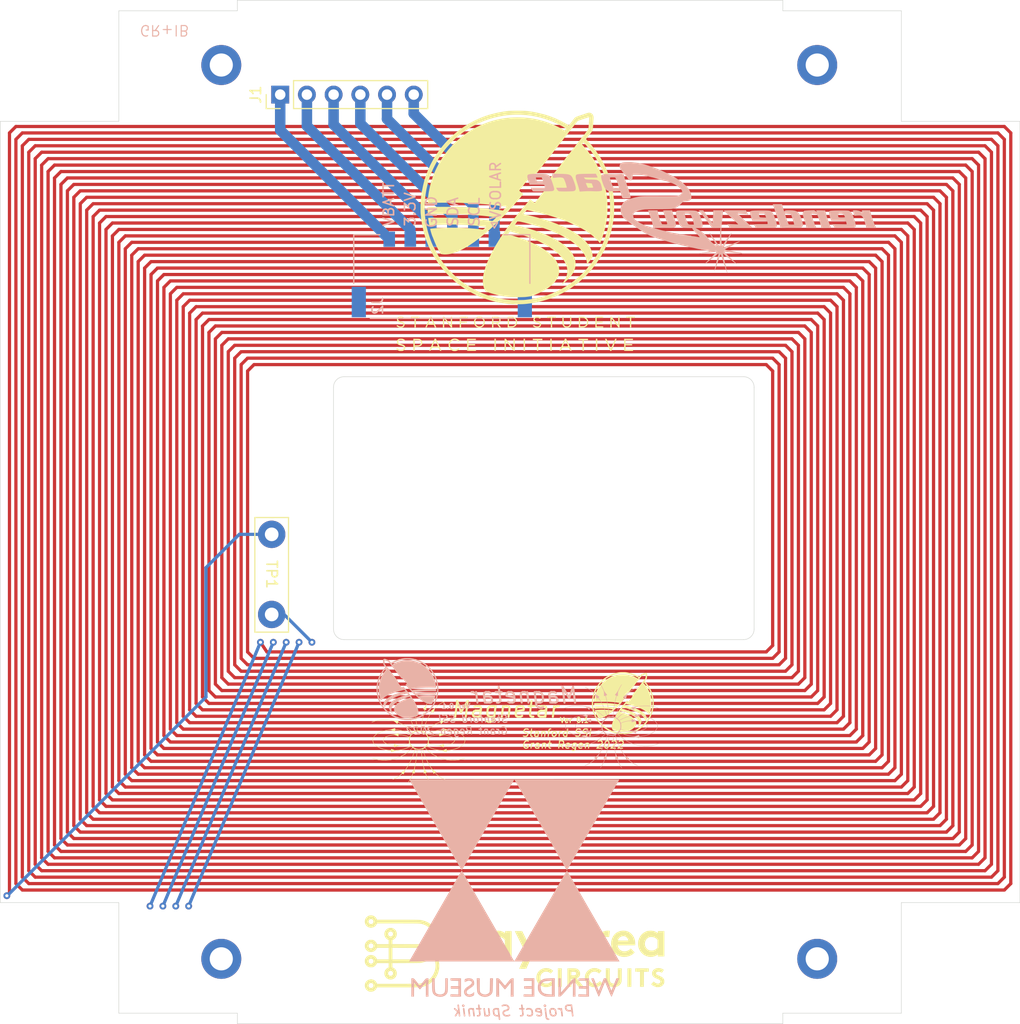
<source format=kicad_pcb>
(kicad_pcb (version 20211014) (generator pcbnew)
  (layers (0 "F.Cu" signal) (1 "In1.Cu" signal) (2 "In2.Cu" signal) (3 "In3.Cu" signal) (4 "In4.Cu" signal) (31 "B.Cu" signal) (34 "B.Paste" user) (35 "F.Paste" user) (36 "B.SilkS" user "B.Silkscreen") (37 "F.SilkS" user "F.Silkscreen") (38 "B.Mask" user) (39 "F.Mask" user) (44 "Edge.Cuts" user))
  (net 0 "")
  (net 5 "Net-(J1-Pad1)")
  (net 6 "Net-(J1-Pad2)")
  (net 7 "Net-(J1-Pad3)")
  (net 8 "Net-(J1-Pad4)")
  (net 9 "Net-(J1-Pad5)")
  (net 10 "Net-(J1-Pad6)")
  (net 13 "Coil_IN")
  (footprint "panels:logo_magnet_1" (layer "F.Cu") (at 138.504 115.752)
    (fp_text reference "REF**" hide)
    (fp_text value "logo_magnet_1" hide)
  )
  (footprint "panels:BAC_logo" (layer "F.Cu") (at 147.828 135.636)
    (fp_text reference "REF**" hide)
    (fp_text value "BAC_logo" hide)
  )
  (footprint "panels:logo_SSI_small" (layer "F.Cu") (at 157.734 112.522)
    (fp_text reference "REF**" hide)
    (fp_text value "logo_SSI_small" hide)
  )
  (footprint "panels:logo_SSI" (layer "F.Cu") (at 148.082 65.786)
    (fp_text reference "REF**" hide)
    (fp_text value "logo_SSI" hide)
  )
  (footprint "MountingHole:MountingHole_2.2mm_M2_DIN965_Pad_TopBottom" (layer "F.Cu") (at 119.708 136.558)
    (fp_text reference "H1")
    (fp_text value "~")
    (pad "1" thru_hole circle locked (at 0 0) (size 2.6 2.6) (drill 2.2) (layers *.Cu *.Mask))
    (pad "1" connect circle locked (at 0 0) (size 3.8 3.8) (layers "F.Cu" "F.Mask"))
    (pad "1" connect circle locked (at 0 0) (size 3.8 3.8) (layers "B.Cu" "B.Mask"))
  )
  (footprint "panels:TestPointConnection" (layer "F.Cu") (at 124 100.01 -90)
    (fp_text reference "TP1" (at 0 -0.5 -90 unlocked) (layer "F.SilkS"))
    (fp_text value "Start/End of Coil Series" hide)
    (pad "1" thru_hole circle (at -3.82 -0.5 270) (size 2.6 2.6) (drill 1.3) (layers *.Cu *.Mask) (net 13 "Coil_IN"))
    (pad "2" thru_hole circle (at 3.8 -0.5 270) (size 2.6 2.6) (drill 1.3) (layers *.Cu *.Mask) (net 13 "Coil_IN"))
  )
  (footprint "Connector_PinHeader_2.54mm:PinHeader_1x06_P2.54mm_Vertical" (layer "F.Cu") (at 125.31 54.37 90)
    (fp_text reference "J1" (at 0 -2.33 90) (layer "F.SilkS"))
    (fp_text value "Through_Hole_1" hide)
    (pad "1" thru_hole rect (at 0 0 90) (size 1.7 1.7) (drill 1) (layers *.Cu *.Mask) (net 5 "Net-(J1-Pad1)"))
    (pad "2" thru_hole oval (at 0 2.54 90) (size 1.7 1.7) (drill 1) (layers *.Cu *.Mask) (net 6 "Net-(J1-Pad2)"))
    (pad "3" thru_hole oval (at 0 5.08 90) (size 1.7 1.7) (drill 1) (layers *.Cu *.Mask) (net 7 "Net-(J1-Pad3)"))
    (pad "4" thru_hole oval (at 0 7.62 90) (size 1.7 1.7) (drill 1) (layers *.Cu *.Mask) (net 8 "Net-(J1-Pad4)"))
    (pad "5" thru_hole oval (at 0 10.16 90) (size 1.7 1.7) (drill 1) (layers *.Cu *.Mask) (net 9 "Net-(J1-Pad5)"))
    (pad "6" thru_hole oval (at 0 12.7 90) (size 1.7 1.7) (drill 1) (layers *.Cu *.Mask) (net 10 "Net-(J1-Pad6)"))
  )
  (footprint "MountingHole:MountingHole_2.2mm_M2_DIN965_Pad_TopBottom" (layer "F.Cu") (at 176.382 136.558)
    (fp_text reference "H4")
    (fp_text value "~")
    (pad "1" connect circle locked (at 0 0) (size 3.8 3.8) (layers "B.Cu" "B.Mask"))
    (pad "1" thru_hole circle locked (at 0 0) (size 2.6 2.6) (drill 2.2) (layers *.Cu *.Mask))
    (pad "1" connect circle locked (at 0 0) (size 3.8 3.8) (layers "F.Cu" "F.Mask"))
  )
  (footprint "MountingHole:MountingHole_2.2mm_M2_DIN965_Pad_TopBottom" (layer "F.Cu") (at 119.708 51.558)
    (fp_text reference "H2" hide)
    (fp_text value "~")
    (pad "1" connect circle locked (at 0 0) (size 3.8 3.8) (layers "B.Cu" "B.Mask"))
    (pad "1" connect circle locked (at 0 0) (size 3.8 3.8) (layers "F.Cu" "F.Mask"))
    (pad "1" thru_hole circle locked (at 0 0) (size 2.6 2.6) (drill 2.2) (layers *.Cu *.Mask))
  )
  (footprint "MountingHole:MountingHole_2.2mm_M2_DIN965_Pad_TopBottom" (layer "F.Cu") (at 176.382 51.558)
    (fp_text reference "H3")
    (fp_text value "~")
    (pad "1" thru_hole circle locked (at 0 0) (size 2.6 2.6) (drill 2.2) (layers *.Cu *.Mask))
    (pad "1" connect circle locked (at 0 0) (size 3.8 3.8) (layers "F.Cu" "F.Mask"))
    (pad "1" connect circle locked (at 0 0) (size 3.8 3.8) (layers "B.Cu" "B.Mask"))
  )
  (footprint "panels:SLAB_logo" (layer "B.Cu") (at 165.608 64.77 180)
    (fp_text reference "REF**" hide)
    (fp_text value "SLAB_logo" hide)
  )
  (footprint "panels:MOLEX_2053380006" (layer "B.Cu") (at 140.68 71.67)
    (fp_text reference "J2" (at -6.096 2.794 90) (layer "B.SilkS") (effects (justify mirror)))
    (fp_text value "MOLEX_2053380006")
    (pad "1" smd rect (at 5 -3.55) (size 1.1 1.45) (layers "B.Cu" "B.Paste") (net 10 "Net-(J1-Pad6)"))
    (pad "2" smd rect (at 3 -3.55) (size 1.1 1.45) (layers "B.Cu" "B.Paste") (net 9 "Net-(J1-Pad5)"))
    (pad "3" smd rect (at 1 -3.55) (size 1.1 1.45) (layers "B.Cu" "B.Paste") (net 8 "Net-(J1-Pad4)"))
    (pad "4" smd rect (at -1 -3.55) (size 1.1 1.45) (layers "B.Cu" "B.Paste") (net 7 "Net-(J1-Pad3)"))
    (pad "5" smd rect (at -3 -3.55) (size 1.1 1.45) (layers "B.Cu" "B.Paste") (net 6 "Net-(J1-Pad2)"))
    (pad "6" smd rect (at -5 -3.55) (size 1.1 1.45) (layers "B.Cu" "B.Paste") (net 5 "Net-(J1-Pad1)"))
    (pad "S1" smd rect (at 7.895 2.425) (size 1.35 2.9) (layers "B.Cu" "B.Paste"))
    (pad "S2" smd rect (at -7.895 2.425) (size 1.35 2.9) (layers "B.Cu" "B.Paste"))
  )
  (footprint "panels:logo_SSI_small" (layer "B.Cu") (at 137.57 111.186 180)
    (fp_text reference "REF**" hide)
    (fp_text value "logo_SSI_small" hide)
  )
  (footprint "panels:logo_Wende_Sputnik" (layer "B.Cu") (at 147.574 128.016 180)
    (fp_text reference "REF**" hide)
    (fp_text value "logo_Wende_Sputnik" hide)
    (fp_text user "Project Sputnik" (at 0 -13.5 unlocked) (layer "B.SilkS") (effects (font (thickness 0.15) italic) (justify mirror)))
  )
  (footprint "panels:logo_magnet_1" (layer "B.Cu") (at 156.8 114.416 180)
    (fp_text reference "REF**" hide)
    (fp_text value "logo_magnet_1" hide)
  )
  (gr_line locked (start 121.238 46.3992) (end 109.964 46.3992) (layer "Edge.Cuts") (width 0.05))
  (gr_line locked (start 173.11 45.3992) (end 121.238 45.3992) (layer "Edge.Cuts") (width 0.05))
  (gr_line locked (start 184.384 56.9148) (end 184.384 46.3992) (layer "Edge.Cuts") (width 0.05))
  (gr_arc (start 131.38 106.2) (mid 130.672893 105.907107) (end 130.38 105.2) (layer "Edge.Cuts") (width 0.05))
  (gr_line locked (start 121.236 142.728) (end 121.236 141.728) (layer "Edge.Cuts") (width 0.05))
  (gr_arc (start 169.38 81.2) (mid 170.087107 81.492893) (end 170.38 82.2) (layer "Edge.Cuts") (width 0.05))
  (gr_arc (start 170.38 105.2) (mid 170.087107 105.907107) (end 169.38 106.2) (layer "Edge.Cuts") (width 0.05))
  (gr_line locked (start 121.238 46.3992) (end 121.238 45.3992) (layer "Edge.Cuts") (width 0.05))
  (gr_line (start 169.38 106.2) (end 131.38 106.2) (layer "Edge.Cuts") (width 0.05))
  (gr_line locked (start 121.236 141.728) (end 109.962 141.728) (layer "Edge.Cuts") (width 0.05))
  (gr_line locked (start 184.382 141.728) (end 173.108 141.728) (layer "Edge.Cuts") (width 0.05))
  (gr_line locked (start 195.656 131.2124) (end 195.658 56.9148) (layer "Edge.Cuts") (width 0.05))
  (gr_line locked (start 109.962 141.728) (end 109.962 131.2124) (layer "Edge.Cuts") (width 0.05))
  (gr_line locked (start 98.69 56.9148) (end 98.688 131.2124) (layer "Edge.Cuts") (width 0.05))
  (gr_line locked (start 173.11 45.3992) (end 173.11 46.3992) (layer "Edge.Cuts") (width 0.05))
  (gr_line locked (start 109.964 56.9148) (end 98.69 56.9148) (layer "Edge.Cuts") (width 0.05))
  (gr_line locked (start 195.658 56.9148) (end 184.384 56.9148) (layer "Edge.Cuts") (width 0.05))
  (gr_line locked (start 184.384 46.3992) (end 173.11 46.3992) (layer "Edge.Cuts") (width 0.05))
  (gr_line locked (start 173.108 142.728) (end 121.236 142.728) (layer "Edge.Cuts") (width 0.05))
  (gr_arc (start 130.38 82.2) (mid 130.672893 81.492893) (end 131.38 81.2) (layer "Edge.Cuts") (width 0.05))
  (gr_line (start 170.38 82.2) (end 170.38 105.2) (layer "Edge.Cuts") (width 0.05))
  (gr_line locked (start 195.656 131.2124) (end 184.382 131.2124) (layer "Edge.Cuts") (width 0.05))
  (gr_line locked (start 109.964 56.9148) (end 109.964 46.3992) (layer "Edge.Cuts") (width 0.05))
  (gr_line locked (start 109.962 131.2124) (end 98.688 131.2124) (layer "Edge.Cuts") (width 0.05))
  (gr_line locked (start 173.108 141.728) (end 173.108 142.728) (layer "Edge.Cuts") (width 0.05))
  (gr_line (start 169.38 81.2) (end 131.38 81.2) (layer "Edge.Cuts") (width 0.05))
  (gr_line (start 130.38 82.2) (end 130.38 105.2) (layer "Edge.Cuts") (width 0.05))
  (gr_line locked (start 184.382 141.728) (end 184.382 131.2124) (layer "Edge.Cuts") (width 0.05))
  (gr_text "Stanford SSI \nGrant Regen 2022" (at 147.07 114.306) (layer "B.SilkS") (effects (font (size 0.7 0.7) (thickness 0.1) italic) (justify left mirror)))
  (gr_text "GND" (at 139.7 65.532 90) (layer "B.SilkS") (effects (font (size 1 1))))
  (gr_text "3.3V" (at 137.668 65.278 90) (layer "B.SilkS") (effects (font (size 1 1))))
  (gr_text "VSOLAR\n" (at 145.796 63.5 90) (layer "B.SilkS") (effects (font (size 1 1))))
  (gr_text "Ver 0.1" (at 142.02 112.526) (layer "B.SilkS") (effects (font (size 0.5 0.5) (thickness 0.1)) (justify mirror)))
  (gr_text "Magnetar" (at 148.59 111.506) (layer "B.SilkS") (effects (font (size 1.5 1.5) (thickness 0.2) italic) (justify mirror)))
  (gr_text "SCL" (at 143.764 65.532 90) (layer "B.SilkS") (effects (font (size 1 1))))
  (gr_text "VBATT" (at 135.636 64.77 90) (layer "B.SilkS") (effects (font (size 1 1))))
  (gr_text "SDA" (at 141.732 65.532 90) (layer "B.SilkS") (effects (font (size 1 1))))
  (gr_text "GR+IB" (at 114.3 48.26 180) (layer "B.SilkS") (effects (font (size 1 1) (thickness 0.1)) (justify mirror)))
  (gr_text "Stanford SSI \nGrant Regen 2022" (at 148.234 115.642) (layer "F.SilkS") (effects (font (size 0.7 0.7) (thickness 0.1) italic) (justify left)))
  (gr_text "Ver 0.1" (at 153.284 113.862) (layer "F.SilkS") (effects (font (size 0.5 0.5) (thickness 0.1))))
  (gr_text "Magnetar" (at 146.714 112.842) (layer "F.SilkS") (effects (font (size 1.5 1.5) (thickness 0.2) italic)))
  (segment (start 125.31 57.75) (end 135.68 68.12) (width 1) (layer "B.Cu") (net 5))
  (segment (start 125.31 54.37) (end 125.31 57.75) (width 1) (layer "B.Cu") (net 5))
  (segment (start 137.68 67.18) (end 127.85 57.35) (width 1) (layer "B.Cu") (net 6))
  (segment (start 127.85 57.35) (end 127.85 54.37) (width 1) (layer "B.Cu") (net 6))
  (segment (start 137.68 68.12) (end 137.68 67.18) (width 1) (layer "B.Cu") (net 6))
  (segment (start 139.68 66.51) (end 130.39 57.22) (width 1) (layer "B.Cu") (net 7))
  (segment (start 130.39 57.22) (end 130.39 54.37) (width 1) (layer "B.Cu") (net 7))
  (segment (start 139.68 68.12) (end 139.68 66.51) (width 1) (layer "B.Cu") (net 7))
  (segment (start 141.68 68.12) (end 141.68 65.87) (width 1) (layer "B.Cu") (net 8))
  (segment (start 141.68 65.87) (end 132.93 57.12) (width 1) (layer "B.Cu") (net 8))
  (segment (start 132.93 57.12) (end 132.93 54.37) (width 1) (layer "B.Cu") (net 8))
  (segment (start 135.47 56.69) (end 135.47 54.37) (width 1) (layer "B.Cu") (net 9))
  (segment (start 143.68 68.12) (end 143.68 64.9) (width 1) (layer "B.Cu") (net 9))
  (segment (start 143.68 64.9) (end 135.47 56.69) (width 1) (layer "B.Cu") (net 9))
  (segment (start 145.68 68.12) (end 145.68 63.85) (width 1) (layer "B.Cu") (net 10))
  (segment (start 145.68 63.85) (end 138.01 56.18) (width 1) (layer "B.Cu") (net 10))
  (segment (start 138.01 56.18) (end 138.01 54.37) (width 1) (layer "B.Cu") (net 10))
  (segment (start 174.592 76.9868) (end 119.76 76.9868) (width 0.306) (layer "F.Cu") (net 13))
  (segment (start 105.684 123.8948) (end 106.296 124.5068) (width 0.306) (layer "F.Cu") (net 13))
  (segment (start 189.28 62.2988) (end 105.072 62.2988) (width 0.306) (layer "F.Cu") (net 13))
  (segment (start 103.236 61.6868) (end 103.236 126.3428) (width 0.306) (layer "F.Cu") (net 13))
  (segment (start 175.204 77.5988) (end 174.592 76.9868) (width 0.306) (layer "F.Cu") (net 13))
  (segment (start 108.744 122.0588) (end 186.22 122.0588) (width 0.306) (layer "F.Cu") (net 13))
  (segment (start 108.744 67.1948) (end 108.744 120.8348) (width 0.306) (layer "F.Cu") (net 13))
  (segment (start 183.16 68.4188) (end 111.192 68.4188) (width 0.306) (layer "F.Cu") (net 13))
  (segment (start 182.548 70.2548) (end 181.936 69.6428) (width 0.306) (layer "F.Cu") (net 13))
  (segment (start 106.296 123.2828) (end 106.908 123.8948) (width 0.306) (layer "F.Cu") (net 13))
  (segment (start 105.072 124.5068) (end 105.684 125.1188) (width 0.306) (layer "F.Cu") (net 13))
  (segment (start 184.996 120.8348) (end 185.608 120.2228) (width 0.306) (layer "F.Cu") (net 13))
  (segment (start 173.368 79.434799) (end 172.756 78.8228) (width 0.306) (layer "F.Cu") (net 13))
  (segment (start 175.204 109.8188) (end 175.204 77.5988) (width 0.306) (layer "F.Cu") (net 13))
  (segment (start 106.296 64.7468) (end 106.296 123.2828) (width 0.306) (layer "F.Cu") (net 13))
  (segment (start 101.4 58.6268) (end 100.788 59.2388) (width 0.306) (layer "F.Cu") (net 13))
  (segment (start 192.34 60.4628) (end 191.728 59.8508) (width 0.306) (layer "F.Cu") (net 13))
  (segment (start 114.864 114.7148) (end 115.476 115.3268) (width 0.306) (layer "F.Cu") (net 13))
  (segment (start 178.264 114.1028) (end 178.876 113.4908) (width 0.306) (layer "F.Cu") (net 13))
  (segment (start 120.372 78.8228) (end 120.372 109.2068) (width 0.306) (layer "F.Cu") (net 13))
  (segment (start 116.7 73.9268) (end 116.088 74.5388) (width 0.306) (layer "F.Cu") (net 13))
  (segment (start 123.432 106.452799) (end 124.044 107.3708) (width 0.306) (layer "F.Cu") (net 13))
  (segment (start 174.592 109.2068) (end 174.592 78.2108) (width 0.306) (layer "F.Cu") (net 13))
  (segment (start 108.744 120.8348) (end 109.356 121.4468) (width 0.306) (layer "F.Cu") (net 13))
  (segment (start 194.788 58.0148) (end 194.176 57.4028) (width 0.306) (layer "F.Cu") (net 13))
  (segment (start 172.755999 107.3708) (end 172.755999 80.0468) (width 0.306) (layer "F.Cu") (net 13))
  (segment (start 101.4 129.4028) (end 193.564 129.4028) (width 0.306) (layer "F.Cu") (net 13))
  (segment (start 189.892 62.9108) (end 189.28 62.2988) (width 0.306) (layer "F.Cu") (net 13))
  (segment (start 117.312 74.5388) (end 116.7 75.1508) (width 0.306) (layer "F.Cu") (net 13))
  (segment (start 194.176 128.7908) (end 194.176 58.6268) (width 0.306) (layer "F.Cu") (net 13))
  (segment (start 104.46 125.1188) (end 105.072 125.7308) (width 0.306) (layer "F.Cu") (net 13))
  (segment (start 180.099999 114.7148) (end 180.099999 72.702799) (width 0.306) (layer "F.Cu") (net 13))
  (segment (start 105.072 125.7308) (end 189.892 125.7308) (width 0.306) (layer "F.Cu") (net 13))
  (segment (start 124.044 107.3708) (end 171.532 107.3708) (width 0.306) (layer "F.Cu") (net 13))
  (segment (start 119.76 109.8188) (end 120.372 110.4308) (width 0.306) (layer "F.Cu") (net 13))
  (segment (start 113.028 71.4788) (end 113.028 116.5508) (width 0.306) (layer "F.Cu") (net 13))
  (segment (start 112.416 118.3868) (end 182.548 118.3868) (width 0.306) (layer "F.Cu") (net 13))
  (segment (start 192.952 127.5668) (end 192.952 59.8508) (width 0.306) (layer "F.Cu") (net 13))
  (segment (start 185.608 65.9708) (end 108.743999 65.9708) (width 0.306) (layer "F.Cu") (net 13))
  (segment (start 184.384 68.4188) (end 183.772 67.8068) (width 0.306) (layer "F.Cu") (net 13))
  (segment (start 120.984 79.434799) (end 120.984 108.5948) (width 0.306) (layer "F.Cu") (net 13))
  (segment (start 187.444 123.2828) (end 188.056 122.6708) (width 0.306) (layer "F.Cu") (net 13))
  (segment (start 110.58 69.0308) (end 110.58 118.9988) (width 0.306) (layer "F.Cu") (net 13))
  (segment (start 190.504 126.3428) (end 191.116 125.7308) (width 0.306) (layer "F.Cu") (net 13))
  (segment (start 184.996 67.8068) (end 184.384 67.1948) (width 0.306) (layer "F.Cu") (net 13))
  (segment (start 109.968 67.1948) (end 109.356 67.8068) (width 0.306) (layer "F.Cu") (net 13))
  (segment (start 181.936 69.6428) (end 112.415999 69.6428) (width 0.306) (layer "F.Cu") (net 13))
  (segment (start 121.596 80.0468) (end 121.596 107.9828) (width 0.306) (layer "F.Cu") (net 13))
  (segment (start 192.952 59.8508) (end 192.34 59.2388) (width 0.306) (layer "F.Cu") (net 13))
  (segment (start 102.011999 59.2388) (end 101.4 59.8508) (width 0.306) (layer "F.Cu") (net 13))
  (segment (start 105.684 125.1188) (end 189.28 125.1188) (width 0.306) (layer "F.Cu") (net 13))
  (segment (start 178.264 74.5388) (end 177.652 73.9268) (width 0.306) (layer "F.Cu") (net 13))
  (segment (start 121.596 109.2068) (end 173.368 109.2068) (width 0.306) (layer "F.Cu") (net 13))
  (segment (start 117.312 75.762799) (end 117.312 112.2668) (width 0.306) (layer "F.Cu") (net 13))
  (segment (start 109.968 120.8348) (end 184.996 120.8348) (width 0.306) (layer "F.Cu") (net 13))
  (segment (start 103.848 125.7308) (end 104.46 126.3428) (width 0.306) (layer "F.Cu") (net 13))
  (segment (start 101.4 59.8508) (end 101.4 128.1788) (width 0.306) (layer "F.Cu") (net 13))
  (segment (start 192.34 59.2388) (end 102.011999 59.2388) (width 0.306) (layer "F.Cu") (net 13))
  (segment (start 183.772 67.8068) (end 110.58 67.8068) (width 0.306) (layer "F.Cu") (net 13))
  (segment (start 184.384 120.2228) (end 184.996 119.6108) (width 0.306) (layer "F.Cu") (net 13))
  (segment (start 177.652 113.4908) (end 178.264 112.8788) (width 0.306) (layer "F.Cu") (net 13))
  (segment (start 181.936 117.7748) (end 182.548 117.1628) (width 0.306) (layer "F.Cu") (net 13))
  (segment (start 114.864 115.9388) (end 180.1 115.9388) (width 0.306) (layer "F.Cu") (net 13))
  (segment (start 174.592 110.4308) (end 175.204 109.8188) (width 0.306) (layer "F.Cu") (net 13))
  (segment (start 192.34 128.1788) (end 192.952 127.5668) (width 0.306) (layer "F.Cu") (net 13))
  (segment (start 109.356 120.2228) (end 109.968 120.8348) (width 0.306) (layer "F.Cu") (net 13))
  (segment (start 122.82 107.9828) (end 172.144 107.9828) (width 0.306) (layer "F.Cu") (net 13))
  (segment (start 181.324 70.2548) (end 113.028 70.2548) (width 0.306) (layer "F.Cu") (net 13))
  (segment (start 179.487999 114.1028) (end 179.487999 73.3148) (width 0.306) (layer "F.Cu") (net 13))
  (segment (start 179.487999 115.3268) (end 180.099999 114.7148) (width 0.306) (layer "F.Cu") (net 13))
  (segment (start 104.46 126.3428) (end 190.504 126.3428) (width 0.306) (layer "F.Cu") (net 13))
  (segment (start 176.428 75.1508) (end 117.924 75.1508) (width 0.306) (layer "F.Cu") (net 13))
  (segment (start 191.728 127.5668) (end 192.34 126.9548) (width 0.306) (layer "F.Cu") (net 13))
  (segment (start 188.056 63.5228) (end 106.296 63.5228) (width 0.306) (layer "F.Cu") (net 13))
  (segment (start 186.832 64.7468) (end 107.52 64.7468) (width 0.306) (layer "F.Cu") (net 13))
  (segment (start 122.207999 79.4348) (end 121.596 80.0468) (width 0.306) (layer "F.Cu") (net 13))
  (segment (start 114.252 72.702799) (end 114.252 115.3268) (width 0.306) (layer "F.Cu") (net 13))
  (segment (start 102.012 60.4628) (end 102.012 127.5668) (width 0.306) (layer "F.Cu") (net 13))
  (segment (start 122.208 80.658799) (end 122.208 107.3708) (width 0.306) (layer "F.Cu") (net 13))
  (segment (start 172.144 80.658799) (end 171.532 80.0468) (width 0.306) (layer "F.Cu") (net 13))
  (segment (start 109.968 119.6108) (end 110.58 120.2228) (width 0.306) (layer "F.Cu") (net 13))
  (segment (start 186.219999 66.5828) (end 185.608 65.9708) (width 0.306) (layer "F.Cu") (net 13))
  (segment (start 173.368 78.2108) (end 120.984 78.2108) (width 0.306) (layer "F.Cu") (net 13))
  (segment (start 107.52 65.9708) (end 107.52 122.0588) (width 0.306) (layer "F.Cu") (net 13))
  (segment (start 175.204 76.3748) (end 119.148 76.3748) (width 0.306) (layer "F.Cu") (net 13))
  (segment (start 193.563999 128.1788) (end 193.563999 59.2388) (width 0.306) (layer "F.Cu") (net 13))
  (segment (start 173.98 108.5948) (end 173.98 78.8228) (width 0.306) (layer "F.Cu") (net 13))
  (segment (start 108.132 122.6708) (end 186.832 122.6708) (width 0.306) (layer "F.Cu") (net 13))
  (segment (start 112.415999 69.6428) (end 111.804 70.2548) (width 0.306) (layer "F.Cu") (net 13))
  (segment (start 114.252 116.5508) (end 180.712 116.5508) (width 0.306) (layer "F.Cu") (net 13))
  (segment (start 178.264 73.3148) (end 116.088 73.3148) (width 0.306) (layer "F.Cu") (net 13))
  (segment (start 189.279999 123.8948) (end 189.279999 63.5228) (width 0.306) (layer "F.Cu") (net 13))
  (segment (start 115.475999 72.7028) (end 114.864 73.3148) (width 0.306) (layer "F.Cu") (net 13))
  (segment (start 190.504 62.2988) (end 189.892 61.6868) (width 0.306) (layer "F.Cu") (net 13))
  (segment (start 111.804 117.7748) (end 112.416 118.3868) (width 0.306) (layer "F.Cu") (net 13))
  (segment (start 113.64 70.8668) (end 113.028 71.4788) (width 0.306) (layer "F.Cu") (net 13))
  (segment (start 102.012 127.5668) (end 102.624 128.1788) (width 0.306) (layer "F.Cu") (net 13))
  (segment (start 118.536 111.0428) (end 119.148 111.6548) (width 0.306) (layer "F.Cu") (net 13))
  (segment (start 103.848 62.2988) (end 103.848 125.7308) (width 0.306) (layer "F.Cu") (net 13))
  (segment (start 185.608 67.1948) (end 184.996 66.5828) (width 0.306) (layer "F.Cu") (net 13))
  (segment (start 120.372 110.4308) (end 174.592 110.4308) (width 0.306) (layer "F.Cu") (net 13))
  (segment (start 110.58 67.8068) (end 109.968 68.4188) (width 0.306) (layer "F.Cu") (net 13))
  (segment (start 100.788 130.0148) (end 194.176 130.0148) (width 0.306) (layer "F.Cu") (net 13))
  (segment (start 120.984 108.5948) (end 121.596 109.2068) (width 0.306) (layer "F.Cu") (net 13))
  (segment (start 113.64 72.090799) (end 113.64 115.9388) (width 0.306) (layer "F.Cu") (net 13))
  (segment (start 194.176 58.6268) (end 193.564 58.0148) (width 0.306) (layer "F.Cu") (net 13))
  (segment (start 110.58 118.9988) (end 111.192 119.6108) (width 0.306) (layer "F.Cu") (net 13))
  (segment (start 102.624 59.8508) (end 102.012 60.4628) (width 0.306) (layer "F.Cu") (net 13))
  (segment (start 113.028 117.7748) (end 181.936 117.7748) (width 0.306) (layer "F.Cu") (net 13))
  (segment (start 117.924 75.1508) (end 117.312 75.762799) (width 0.306) (layer "F.Cu") (net 13))
  (segment (start 188.056 122.6708) (end 188.056 64.7468) (width 0.306) (layer "F.Cu") (net 13))
  (segment (start 114.864 73.3148) (end 114.864 114.7148) (width 0.306) (layer "F.Cu") (net 13))
  (segment (start 103.236 127.5668) (end 191.728 127.5668) (width 0.306) (layer "F.Cu") (net 13))
  (segment (start 118.536 76.9868) (end 118.536 111.0428) (width 0.306) (layer "F.Cu") (net 13))
  (segment (start 186.832 122.6708) (end 187.444 122.0588) (width 0.306) (layer "F.Cu") (net 13))
  (segment (start 188.668 124.5068) (end 189.279999 123.8948) (width 0.306) (layer "F.Cu") (net 13))
  (segment (start 119.148 110.4308) (end 119.76 111.0428) (width 0.306) (layer "F.Cu") (net 13))
  (segment (start 114.252 71.4788) (end 113.64 72.090799) (width 0.306) (layer "F.Cu") (net 13))
  (segment (start 188.056 123.8948) (end 188.668 123.2828) (width 0.306) (layer "F.Cu") (net 13))
  (segment (start 117.312 113.4908) (end 177.652 113.4908) (width 0.306) (layer "F.Cu") (net 13))
  (segment (start 178.876 114.7148) (end 179.487999 114.1028) (width 0.306) (layer "F.Cu") (net 13))
  (segment (start 116.7 114.1028) (end 178.264 114.1028) (width 0.306) (layer "F.Cu") (net 13))
  (segment (start 106.908 122.6708) (end 107.52 123.2828) (width 0.306) (layer "F.Cu") (net 13))
  (segment (start 116.088 114.7148) (end 178.876 114.7148) (width 0.306) (layer "F.Cu") (net 13))
  (segment (start 180.1 71.4788) (end 114.252 71.4788) (width 0.306) (layer "F.Cu") (net 13))
  (segment (start 178.264 112.8788) (end 178.264 74.5388) (width 0.306) (layer "F.Cu") (net 13))
  (segment (start 193.564 58.0148) (end 100.788 58.0148) (width 0.306) (layer "F.Cu") (net 13))
  (segment (start 111.192 68.4188) (end 110.58 69.0308) (width 0.306) (layer "F.Cu") (net 13))
  (segment (start 107.52 122.0588) (end 108.132 122.6708) (width 0.306) (layer "F.Cu") (net 13))
  (segment (start 191.728 59.8508) (end 102.624 59.8508) (width 0.306) (layer "F.Cu") (net 13))
  (segment (start 181.936 70.8668) (end 181.324 70.2548) (width 0.306) (layer "F.Cu") (net 13))
  (segment (start 114.252 115.3268) (end 114.864 115.9388) (width 0.306) (layer "F.Cu") (net 13))
  (segment (start 119.148 111.6548) (end 175.816 111.6548) (width 0.306) (layer "F.Cu") (net 13))
  (segment (start 105.684 64.1348) (end 105.684 123.8948) (width 0.306) (layer "F.Cu") (net 13))
  (segment (start 186.219999 120.8348) (end 186.219999 66.5828) (width 0.306) (layer "F.Cu") (net 13))
  (segment (start 189.28 125.1188) (end 189.892 124.5068) (width 0.306) (layer "F.Cu") (net 13))
  (segment (start 193.563999 59.2388) (end 192.951999 58.6268) (width 0.306) (layer "F.Cu") (net 13))
  (segment (start 100.176 129.4028) (end 100.788 130.0148) (width 0.306) (layer "F.Cu") (net 13))
  (segment (start 175.816 76.9868) (end 175.204 76.3748) (width 0.306) (layer "F.Cu") (net 13))
  (segment (start 106.908 64.1348) (end 106.296 64.7468) (width 0.306) (layer "F.Cu") (net 13))
  (segment (start 177.04 112.8788) (end 177.652 112.2668) (width 0.306) (layer "F.Cu") (net 13))
  (segment (start 175.816 75.7628) (end 118.536 75.7628) (width 0.306) (layer "F.Cu") (net 13))
  (segment (start 171.532 107.3708) (end 172.144 106.7588) (width 0.306) (layer "F.Cu") (net 13))
  (segment (start 181.324 115.9388) (end 181.324 71.4788) (width 0.306) (layer "F.Cu") (net 13))
  (segment (start 99.564 58.0148) (end 99.564 130.296) (width 0.306) (layer "F.Cu") (net 13))
  (segment (start 115.476 73.926799) (end 115.476 114.1028) (width 0.306) (layer "F.Cu") (net 13))
  (segment (start 120.372 109.2068) (end 120.984 109.8188) (width 0.306) (layer "F.Cu") (net 13))
  (segment (start 119.76 78.2108) (end 119.76 109.8188) (width 0.306) (layer "F.Cu") (net 13))
  (segment (start 183.772 119.6108) (end 184.384 118.9988) (width 0.306) (layer "F.Cu") (net 13))
  (segment (start 177.652 73.9268) (end 116.7 73.9268) (width 0.306) (layer "F.Cu") (net 13))
  (segment (start 100.176 57.4028) (end 99.564 58.0148) (width 0.306) (layer "F.Cu") (net 13))
  (segment (start 106.296 124.5068) (end 188.668 124.5068) (width 0.306) (layer "F.Cu") (net 13))
  (segment (start 179.487999 73.3148) (end 178.876 72.7028) (width 0.306) (layer "F.Cu") (net 13))
  (segment (start 111.804 70.2548) (end 111.804 117.7748) (width 0.306) (layer "F.Cu") (net 13))
  (segment (start 184.384 118.9988) (end 184.384 68.4188) (width 0.306) (layer "F.Cu") (net 13))
  (segment (start 105.072 62.2988) (end 104.46 62.9108) (width 0.306) (layer "F.Cu") (net 13))
  (segment (start 182.548 118.3868) (end 183.159999 117.7748) (width 0.306) (layer "F.Cu") (net 13))
  (segment (start 173.368 107.9828) (end 173.368 79.434799) (width 0.306) (layer "F.Cu") (net 13))
  (segment (start 181.324 71.4788) (end 180.712 70.8668) (width 0.306) (layer "F.Cu") (net 13))
  (segment (start 119.76 76.9868) (end 119.148 77.5988) (width 0.306) (layer "F.Cu") (net 13))
  (segment (start 103.236 60.4628) (end 102.624 61.0748) (width 0.306) (layer "F.Cu") (net 13))
  (segment (start 120.984 78.2108) (end 120.372 78.8228) (width 0.306) (layer "F.Cu") (net 13))
  (segment (start 106.908 123.8948) (end 188.056 123.8948) (width 0.306) (layer "F.Cu") (net 13))
  (segment (start 182.548 69.0308) (end 111.804 69.0308) (width 0.306) (layer "F.Cu") (net 13))
  (segment (start 190.504 61.0748) (end 103.848 61.0748) (width 0.306) (layer "F.Cu") (net 13))
  (segment (start 177.652 75.1508) (end 177.04 74.5388) (width 0.306) (layer "F.Cu") (net 13))
  (segment (start 101.4 128.1788) (end 102.012 128.7908) (width 0.306) (layer "F.Cu") (net 13))
  (segment (start 114.864 72.090799) (end 114.252 72.702799) (width 0.306) (layer "F.Cu") (net 13))
  (segment (start 183.772 69.0308) (end 183.16 68.4188) (width 0.306) (layer "F.Cu") (net 13))
  (segment (start 106.296 63.5228) (end 105.684 64.1348) (width 0.306) (layer "F.Cu") (net 13))
  (segment (start 177.652 112.2668) (end 177.652 75.1508) (width 0.306) (layer "F.Cu") (net 13))
  (segment (start 107.52 64.7468) (end 106.908 65.3588) (width 0.306) (layer "F.Cu") (net 13))
  (segment (start 188.668 62.9108) (end 105.683999 62.9108) (width 0.306) (layer "F.Cu") (net 13))
  (segment (start 120.984 109.8188) (end 173.98 109.8188) (width 0.306) (layer "F.Cu") (net 13))
  (segment (start 99.564 130.296) (end 99.23 130.63) (width 0.306) (layer "F.Cu") (net 13))
  (segment (start 111.192 119.6108) (end 183.772 119.6108) (width 0.306) (layer "F.Cu") (net 13))
  (segment (start 103.848 61.0748) (end 103.236 61.6868) (width 0.306) (layer "F.Cu") (net 13))
  (segment (start 112.416 70.8668) (end 112.416 117.1628) (width 0.306) (layer "F.Cu") (net 13))
  (segment (start 100.176 58.6268) (end 100.176 129.4028) (width 0.306) (layer "F.Cu") (net 13))
  (segment (start 173.368 109.2068) (end 173.98 108.5948) (width 0.306) (layer "F.Cu") (net 13))
  (segment (start 113.028 70.2548) (end 112.416 70.8668) (width 0.306) (layer "F.Cu") (net 13))
  (segment (start 172.756 108.5948) (end 173.368 107.9828) (width 0.306) (layer "F.Cu") (net 13))
  (segment (start 118.536 75.7628) (end 117.924 76.3748) (width 0.306) (layer "F.Cu") (net 13))
  (segment (start 117.924 76.3748) (end 117.924 111.6548) (width 0.306) (layer "F.Cu") (net 13))
  (segment (start 115.476 115.3268) (end 179.487999 115.3268) (width 0.306) (layer "F.Cu") (net 13))
  (segment (start 172.144 106.7588) (end 172.144 80.658799) (width 0.306) (layer "F.Cu") (net 13))
  (segment (start 179.487999 72.090799) (end 114.864 72.090799) (width 0.306) (layer "F.Cu") (net 13))
  (segment (start 105.683999 62.9108) (end 105.072 63.5228) (width 0.306) (layer "F.Cu") (net 13))
  (segment (start 172.144 79.4348) (end 122.207999 79.4348) (width 0.306) (layer "F.Cu") (net 13))
  (segment (start 181.936 116.5508) (end 181.936 70.8668) (width 0.306) (layer "F.Cu") (net 13))
  (segment (start 177.04 74.5388) (end 117.312 74.5388) (width 0.306) (layer "F.Cu") (net 13))
  (segment (start 171.532 80.0468) (end 122.82 80.0468) (width 0.306) (layer "F.Cu") (net 13))
  (segment (start 116.7 75.1508) (end 116.7 112.8788) (width 0.306) (layer "F.Cu") (net 13))
  (segment (start 173.98 77.5988) (end 120.372 77.5988) (width 0.306) (layer "F.Cu") (net 13))
  (segment (start 185.608 121.4468) (end 186.219999 120.8348) (width 0.306) (layer "F.Cu") (net 13))
  (segment (start 109.356 67.8068) (end 109.356 120.2228) (width 0.306) (layer "F.Cu") (net 13))
  (segment (start 175.816 111.6548) (end 176.427999 111.0428) (width 0.306) (layer "F.Cu") (net 13))
  (segment (start 175.204 111.0428) (end 175.816 110.4308) (width 0.306) (layer "F.Cu") (net 13))
  (segment (start 100.788 128.7908) (end 101.4 129.4028) (width 0.306) (layer "F.Cu") (net 13))
  (segment (start 106.908 65.3588) (end 106.908 122.6708) (width 0.306) (layer "F.Cu") (net 13))
  (segment (start 191.116 126.9548) (end 191.728 126.3428) (width 0.306) (layer "F.Cu") (net 13))
  (segment (start 116.088 73.3148) (end 115.476 73.926799) (width 0.306) (layer "F.Cu") (net 13))
  (segment (start 183.772 118.3868) (end 183.772 69.0308) (width 0.306) (layer "F.Cu") (net 13))
  (segment (start 192.34 126.9548) (end 192.34 60.4628) (width 0.306) (layer "F.Cu") (net 13))
  (segment (start 120.372 77.5988) (end 119.76 78.2108) (width 0.306) (layer "F.Cu") (net 13))
  (segment (start 186.832 65.9708) (end 186.22 65.3588) (width 0.306) (layer "F.Cu") (net 13))
  (segment (start 119.76 111.0428) (end 175.204 111.0428) (width 0.306) (layer "F.Cu") (net 13))
  (segment (start 182.548 117.1628) (end 182.548 70.2548) (width 0.306) (layer "F.Cu") (net 13))
  (segment (start 100.788 58.0148) (end 100.176 58.6268) (width 0.306) (layer "F.Cu") (net 13))
  (segment (start 109.356 121.4468) (end 185.608 121.4468) (width 0.306) (layer "F.Cu") (net 13))
  (segment (start 178.876 73.926799) (end 178.264 73.3148) (width 0.306) (layer "F.Cu") (net 13))
  (segment (start 183.159999 69.6428) (end 182.548 69.0308) (width 0.306) (layer "F.Cu") (net 13))
  (segment (start 108.132 65.3588) (end 107.52 65.9708) (width 0.306) (layer "F.Cu") (net 13))
  (segment (start 173.98 78.8228) (end 173.368 78.2108) (width 0.306) (layer "F.Cu") (net 13))
  (segment (start 180.712 72.090799) (end 180.1 71.4788) (width 0.306) (layer "F.Cu") (net 13))
  (segment (start 178.876 113.4908) (end 178.876 73.926799) (width 0.306) (layer "F.Cu") (net 13))
  (segment (start 111.192 69.6428) (end 111.192 118.3868) (width 0.306) (layer "F.Cu") (net 13))
  (segment (start 176.427999 76.3748) (end 175.816 75.7628) (width 0.306) (layer "F.Cu") (net 13))
  (segment (start 174.592 78.2108) (end 173.98 77.5988) (width 0.306) (layer "F.Cu") (net 13))
  (segment (start 118.536 112.2668) (end 176.428 112.2668) (width 0.306) (layer "F.Cu") (net 13))
  (segment (start 191.728 126.3428) (end 191.728 61.0748) (width 0.306) (layer "F.Cu") (net 13))
  (segment (start 184.996 66.5828) (end 109.356 66.5828) (width 0.306) (layer "F.Cu") (net 13))
  (segment (start 103.848 126.9548) (end 191.116 126.9548) (width 0.306) (layer "F.Cu") (net 13))
  (segment (start 183.16 118.9988) (end 183.772 118.3868) (width 0.306) (layer "F.Cu") (net 13))
  (segment (start 113.64 117.1628) (end 181.324 117.1628) (width 0.306) (layer "F.Cu") (net 13))
  (segment (start 180.099999 72.702799) (end 179.487999 72.090799) (width 0.306) (layer "F.Cu") (net 13))
  (segment (start 187.444 65.3588) (end 186.832 64.7468) (width 0.306) (layer "F.Cu") (net 13))
  (segment (start 121.596 107.9828) (end 122.208 108.5948) (width 0.306) (layer "F.Cu") (net 13))
  (segment (start 184.384 67.1948) (end 109.968 67.1948) (width 0.306) (layer "F.Cu") (net 13))
  (segment (start 193.564 129.4028) (end 194.176 128.7908) (width 0.306) (layer "F.Cu") (net 13))
  (segment (start 192.951999 58.6268) (end 101.4 58.6268) (width 0.306) (layer "F.Cu") (net 13))
  (segment (start 183.159999 117.7748) (end 183.159999 69.6428) (width 0.306) (layer "F.Cu") (net 13))
  (segment (start 173.98 109.8188) (end 174.592 109.2068) (width 0.306) (layer "F.Cu") (net 13))
  (segment (start 188.668 64.1348) (end 188.056 63.5228) (width 0.306) (layer "F.Cu") (net 13))
  (segment (start 188.668 123.2828) (end 188.668 64.1348) (width 0.306) (layer "F.Cu") (net 13))
  (segment (start 122.208 108.5948) (end 172.756 108.5948) (width 0.306) (layer "F.Cu") (net 13))
  (segment (start 194.176 57.4028) (end 100.176 57.4028) (width 0.306) (layer "F.Cu") (net 13))
  (segment (start 180.1 115.9388) (end 180.712 115.3268) (width 0.306) (layer "F.Cu") (net 13))
  (segment (start 116.7 112.8788) (end 117.312 113.4908) (width 0.306) (layer "F.Cu") (net 13))
  (segment (start 103.236 126.3428) (end 103.848 126.9548) (width 0.306) (layer "F.Cu") (net 13))
  (segment (start 108.743999 65.9708) (end 108.132 66.5828) (width 0.306) (layer "F.Cu") (net 13))
  (segment (start 177.04 75.762799) (end 176.428 75.1508) (width 0.306) (layer "F.Cu") (net 13))
  (segment (start 184.996 119.6108) (end 184.996 67.8068) (width 0.306) (layer "F.Cu") (net 13))
  (segment (start 117.312 112.2668) (end 117.924 112.8788) (width 0.306) (layer "F.Cu") (net 13))
  (segment (start 187.444 64.1348) (end 106.908 64.1348) (width 0.306) (layer "F.Cu") (net 13))
  (segment (start 112.416 117.1628) (end 113.028 117.7748) (width 0.306) (layer "F.Cu") (net 13))
  (segment (start 191.116 60.4628) (end 103.236 60.4628) (width 0.306) (layer "F.Cu") (net 13))
  (segment (start 175.816 110.4308) (end 175.816 76.9868) (width 0.306) (layer "F.Cu") (net 13))
  (segment (start 119.148 77.5988) (end 119.148 110.4308) (width 0.306) (layer "F.Cu") (net 13))
  (segment (start 191.116 125.7308) (end 191.116 61.6868) (width 0.306) (layer "F.Cu") (net 13))
  (segment (start 180.712 115.3268) (end 180.712 72.090799) (width 0.306) (layer "F.Cu") (net 13))
  (segment (start 185.608 120.2228) (end 185.608 67.1948) (width 0.306) (layer "F.Cu") (net 13))
  (segment (start 176.427999 111.0428) (end 176.427999 76.3748) (width 0.306) (layer "F.Cu") (net 13))
  (segment (start 108.132 121.4468) (end 108.744 122.0588) (width 0.306) (layer "F.Cu") (net 13))
  (segment (start 121.596 78.8228) (end 120.984 79.434799) (width 0.306) (layer "F.Cu") (net 13))
  (segment (start 192.951999 128.7908) (end 193.563999 128.1788) (width 0.306) (layer "F.Cu") (net 13))
  (segment (start 191.116 61.6868) (end 190.504 61.0748) (width 0.306) (layer "F.Cu") (net 13))
  (segment (start 177.04 111.6548) (end 177.04 75.762799) (width 0.306) (layer "F.Cu") (net 13))
  (segment (start 104.46 62.9108) (end 104.46 125.1188) (width 0.306) (layer "F.Cu") (net 13))
  (segment (start 111.192 118.3868) (end 111.804 118.9988) (width 0.306) (layer "F.Cu") (net 13))
  (segment (start 117.924 112.8788) (end 177.04 112.8788) (width 0.306) (layer "F.Cu") (net 13))
  (segment (start 180.712 70.8668) (end 113.64 70.8668) (width 0.306) (layer "F.Cu") (net 13))
  (segment (start 186.832 121.4468) (end 186.832 65.9708) (width 0.306) (layer "F.Cu") (net 13))
  (segment (start 186.22 65.3588) (end 108.132 65.3588) (width 0.306) (layer "F.Cu") (net 13))
  (segment (start 100.788 59.2388) (end 100.788 128.7908) (width 0.306) (layer "F.Cu") (net 13))
  (segment (start 122.208 107.3708) (end 122.82 107.9828) (width 0.306) (layer "F.Cu") (net 13))
  (segment (start 109.356 66.5828) (end 108.744 67.1948) (width 0.306) (layer "F.Cu") (net 13))
  (segment (start 194.788 129.4028) (end 194.788 58.0148) (width 0.306) (layer "F.Cu") (net 13))
  (segment (start 119.148 76.3748) (end 118.536 76.9868) (width 0.306) (layer "F.Cu") (net 13))
  (segment (start 113.64 115.9388) (end 114.252 116.5508) (width 0.306) (layer "F.Cu") (net 13))
  (segment (start 191.728 61.0748) (end 191.116 60.4628) (width 0.306) (layer "F.Cu") (net 13))
  (segment (start 107.52 123.2828) (end 187.444 123.2828) (width 0.306) (layer "F.Cu") (net 13))
  (segment (start 172.144 107.9828) (end 172.755999 107.3708) (width 0.306) (layer "F.Cu") (net 13))
  (segment (start 104.46 61.6868) (end 103.848 62.2988) (width 0.306) (layer "F.Cu") (net 13))
  (segment (start 116.088 113.4908) (end 116.7 114.1028) (width 0.306) (layer "F.Cu") (net 13))
  (segment (start 189.892 61.6868) (end 104.46 61.6868) (width 0.306) (layer "F.Cu") (net 13))
  (segment (start 186.22 122.0588) (end 186.832 121.4468) (width 0.306) (layer "F.Cu") (net 13))
  (segment (start 176.428 112.2668) (end 177.04 111.6548) (width 0.306) (layer "F.Cu") (net 13))
  (segment (start 172.755999 80.0468) (end 172.144 79.4348) (width 0.306) (layer "F.Cu") (net 13))
  (segment (start 188.056 64.7468) (end 187.444 64.1348) (width 0.306) (layer "F.Cu") (net 13))
  (segment (start 172.756 78.8228) (end 121.596 78.8228) (width 0.306) (layer "F.Cu") (net 13))
  (segment (start 189.892 125.7308) (end 190.504 125.1188) (width 0.306) (layer "F.Cu") (net 13))
  (segment (start 111.804 69.0308) (end 111.192 69.6428) (width 0.306) (layer "F.Cu") (net 13))
  (segment (start 108.132 66.5828) (end 108.132 121.4468) (width 0.306) (layer "F.Cu") (net 13))
  (segment (start 105.072 63.5228) (end 105.072 124.5068) (width 0.306) (layer "F.Cu") (net 13))
  (segment (start 190.504 125.1188) (end 190.504 62.2988) (width 0.306) (layer "F.Cu") (net 13))
  (segment (start 113.028 116.5508) (end 113.64 117.1628) (width 0.306) (layer "F.Cu") (net 13))
  (segment (start 116.088 74.5388) (end 116.088 113.4908) (width 0.306) (layer "F.Cu") (net 13))
  (segment (start 102.624 61.0748) (end 102.624 126.9548) (width 0.306) (layer "F.Cu") (net 13))
  (segment (start 102.012 128.7908) (end 192.951999 128.7908) (width 0.306) (layer "F.Cu") (net 13))
  (segment (start 109.968 68.4188) (end 109.968 119.6108) (width 0.306) (layer "F.Cu") (net 13))
  (segment (start 117.924 111.6548) (end 118.536 112.2668) (width 0.306) (layer "F.Cu") (net 13))
  (segment (start 102.624 126.9548) (end 103.236 127.5668) (width 0.306) (layer "F.Cu") (net 13))
  (segment (start 180.712 116.5508) (end 181.324 115.9388) (width 0.306) (layer "F.Cu") (net 13))
  (segment (start 178.876 72.7028) (end 115.475999 72.7028) (width 0.306) (layer "F.Cu") (net 13))
  (segment (start 122.82 80.0468) (end 122.208 80.658799) (width 0.306) (layer "F.Cu") (net 13))
  (segment (start 187.444 122.0588) (end 187.444 65.3588) (width 0.306) (layer "F.Cu") (net 13))
  (segment (start 102.624 128.1788) (end 192.34 128.1788) (width 0.306) (layer "F.Cu") (net 13))
  (segment (start 189.892 124.5068) (end 189.892 62.9108) (width 0.306) (layer "F.Cu") (net 13))
  (segment (start 110.58 120.2228) (end 184.384 120.2228) (width 0.306) (layer "F.Cu") (net 13))
  (segment (start 111.804 118.9988) (end 183.16 118.9988) (width 0.306) (layer "F.Cu") (net 13))
  (segment (start 189.279999 63.5228) (end 188.668 62.9108) (width 0.306) (layer "F.Cu") (net 13))
  (segment (start 115.476 114.1028) (end 116.088 114.7148) (width 0.306) (layer "F.Cu") (net 13))
  (segment (start 194.176 130.0148) (end 194.788 129.4028) (width 0.306) (layer "F.Cu") (net 13))
  (segment (start 181.324 117.1628) (end 181.936 116.5508) (width 0.306) (layer "F.Cu") (net 13))
  (via (at 124.656 106.452799) (size 0.65) (drill 0.3) (layers "F.Cu" "B.Cu") (net 13))
  (via (at 125.88 106.452799) (size 0.65) (drill 0.3) (layers "F.Cu" "B.Cu") (net 13))
  (via (at 112.93 131.5448) (size 0.65) (drill 0.3) (layers "F.Cu" "B.Cu") (net 13))
  (via (at 128.328 106.452799) (size 0.65) (drill 0.3) (layers "F.Cu" "B.Cu") (net 13))
  (via (at 115.378 131.5448) (size 0.65) (drill 0.3) (layers "F.Cu" "B.Cu") (net 13))
  (via (at 116.602 131.5448) (size 0.65) (drill 0.3) (layers "F.Cu" "B.Cu") (net 13))
  (via (at 99.314 130.556) (size 0.65) (drill 0.3) (layers "F.Cu" "B.Cu") (net 13))
  (via (at 114.154 131.5448) (size 0.65) (drill 0.3) (layers "F.Cu" "B.Cu") (net 13))
  (via (at 123.432 106.452799) (size 0.65) (drill 0.3) (layers "F.Cu" "B.Cu") (net 13))
  (via (at 127.104 106.452799) (size 0.65) (drill 0.3) (layers "F.Cu" "B.Cu") (net 13))
  (segment (start 99.26 130.65) (end 118.25 111.66) (width 0.306) (layer "B.Cu") (net 13))
  (segment (start 118.25 99.36) (end 121.42 96.19) (width 0.306) (layer "B.Cu") (net 13))
  (segment (start 114.154 131.5448) (end 124.656 106.452799) (width 0.306) (layer "B.Cu") (net 13))
  (segment (start 115.378 131.5448) (end 125.88 106.452799) (width 0.306) (layer "B.Cu") (net 13))
  (segment (start 118.25 111.66) (end 118.25 99.36) (width 0.306) (layer "B.Cu") (net 13))
  (segment (start 125.685201 103.81) (end 124.5 103.81) (width 0.306) (layer "B.Cu") (net 13))
  (segment (start 128.328 106.452799) (end 125.685201 103.81) (width 0.306) (layer "B.Cu") (net 13))
  (segment (start 112.93 131.5448) (end 123.432 106.452799) (width 0.306) (layer "B.Cu") (net 13))
  (segment (start 121.42 96.19) (end 124.5 96.19) (width 0.306) (layer "B.Cu") (net 13))
  (segment (start 116.602 131.5448) (end 127.104 106.452799) (width 0.306) (layer "B.Cu") (net 13))
)
</source>
